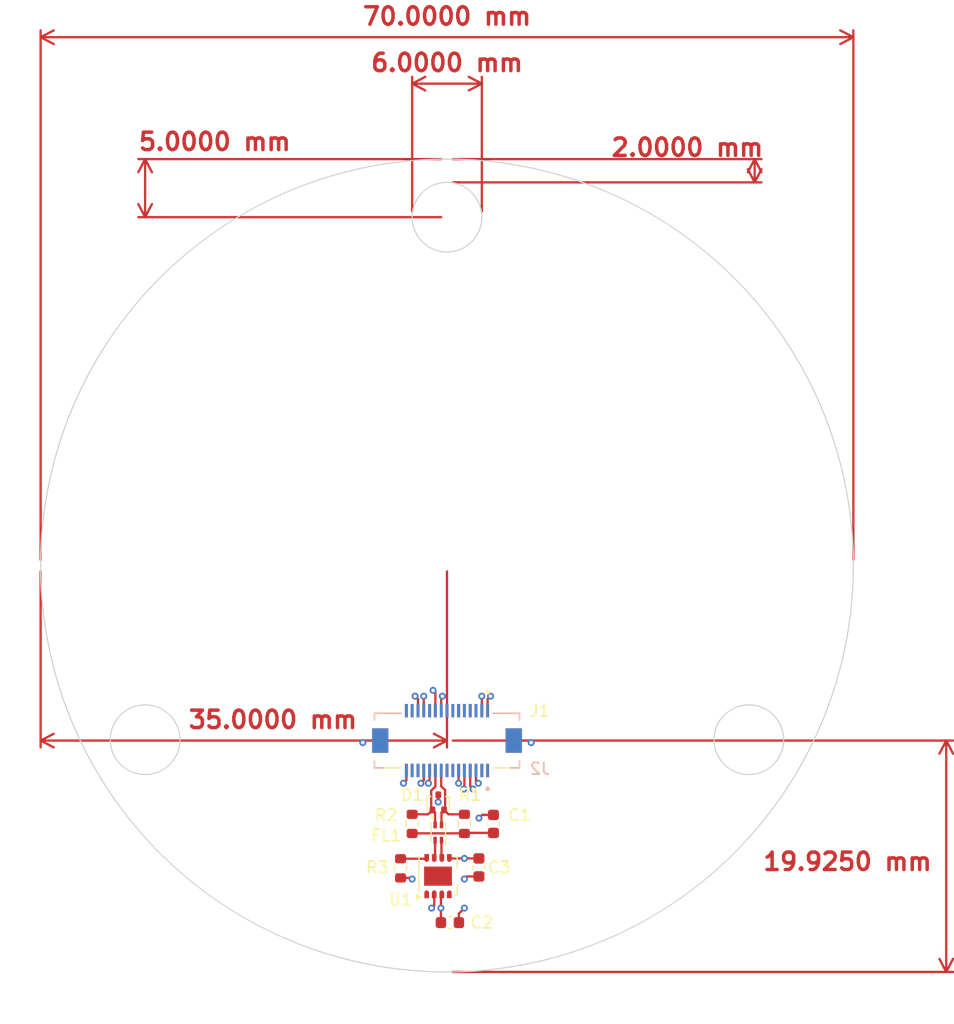
<source format=kicad_pcb>
(kicad_pcb (version 20240108) (generator "pcbnew") (generator_version "8.0")
  (title_block (title "Blaze PCB Template") (rev "v1") (company "UCSC Rocket Team"))
  (layers (0 "F.Cu" signal) (1 "In1.Cu" signal) (2 "In2.Cu" signal) (31 "B.Cu" signal) (34 "B.Paste" user) (35 "F.Paste" user) (36 "B.SilkS" user "B.Silkscreen") (37 "F.SilkS" user "F.Silkscreen") (38 "B.Mask" user) (39 "F.Mask" user) (44 "Edge.Cuts" user))
  (net 0 "")
  (net 1 "GND")
  (net 2 "+5V")
  (net 3 "+3V3")
  (net 4 "/CANL")
  (net 5 "/CANH")
  (net 6 "/ARM")
  (net 7 "/RX_RADIO")
  (net 8 "/TX_RADIO")
  (net 9 "/PPS")
  (net 10 "Net-(C1-Pad1)")
  (net 11 "Net-(U1-CANL)")
  (net 12 "Net-(U1-CANH)")
  (net 13 "Net-(J1-Pin_14)")
  (net 14 "Net-(J1-Pin_30)")
  (net 15 "Net-(J1-Pin_23)")
  (net 16 "Net-(J1-Pin_8)")
  (net 17 "Net-(J1-Pin_15)")
  (net 18 "Net-(J1-Pin_7)")
  (net 19 "Net-(J1-Pin_17)")
  (net 20 "Net-(J1-Pin_29)")
  (net 21 "Net-(J1-Pin_5)")
  (net 22 "Net-(J1-Pin_24)")
  (net 23 "Net-(J1-Pin_18)")
  (net 24 "/CAN_STB")
  (net 25 "/CANRX")
  (net 26 "/CANTX")
  (footprint "Package_TO_SOT_SMD:SOT-416" (layer "F.Cu") (at 147.75 125.9 90)
    (property "Reference" "D1" (at 0.65 -2.25 180) (layer "F.SilkS"))
    (property "Value" "ESDCAN03-2BM3Y")
    (fp_line (start 0.51 -0.96) (end -0.65 -0.96) (stroke (width 0.12)) (layer "F.SilkS"))
    (fp_line (start 0.51 -0.96) (end 0.51 -0.65) (stroke (width 0.12)) (layer "F.SilkS"))
    (fp_line (start 0.51 0.96) (end 0.51 0.65) (stroke (width 0.12)) (layer "F.SilkS"))
    (fp_line (start 0.51 0.96) (end -0.65 0.96) (stroke (width 0.12)) (layer "F.SilkS"))
    (fp_circle (center -1.3 -0.5) (end -1.15 -0.5) (fill solid) (layer "F.SilkS"))
    (pad "1" smd roundrect (at -0.65 -0.5 90) (size 0.6 0.5) (layers "F.Cu" "F.Paste" "F.Mask") (net 5 "/CANH"))
    (pad "2" smd roundrect (at -0.65 0.5 90) (size 0.6 0.5) (layers "F.Cu" "F.Paste" "F.Mask") (net 4 "/CANL"))
    (pad "3" smd roundrect (at 0.65 0 90) (size 0.6 0.5) (layers "F.Cu" "F.Paste" "F.Mask") (net 1 "GND"))
  )
  (footprint "Blaze_Library:HRS_DF17_1.0H_-30DP-0.5V_57_" (layer "F.Cu") (at 148.5 120.575 180)
    (property "Reference" "J1" (at -8 2.575 0) (layer "F.SilkS"))
    (property "Value" "FrontInterconnect")
    (fp_line (start 6.25 2.35) (end 6.25 1.75) (stroke (width 0.127)) (layer "F.SilkS"))
    (fp_line (start 6.25 -2.35) (end 6.25 -1.75) (stroke (width 0.127)) (layer "F.SilkS"))
    (fp_line (start 6.25 -2.35) (end 3.945 -2.35) (stroke (width 0.127)) (layer "F.SilkS"))
    (fp_line (start 5.5 2.35) (end 6.25 2.35) (stroke (width 0.127)) (layer "F.SilkS"))
    (fp_line (start -3.945 -2.35) (end -6.25 -2.35) (stroke (width 0.127)) (layer "F.SilkS"))
    (fp_line (start -6.25 2.35) (end -5.5 2.35) (stroke (width 0.127)) (layer "F.SilkS"))
    (fp_line (start -6.25 2.35) (end -6.25 1.75) (stroke (width 0.127)) (layer "F.SilkS"))
    (fp_line (start -6.25 -2.35) (end -6.25 -1.75) (stroke (width 0.127)) (layer "F.SilkS"))
    (fp_circle (center -3.5 4.15) (end -3.4 4.15) (stroke (width 0.2)) (fill none) (layer "F.SilkS"))
    (pad "" np_thru_hole circle (at -4.75 1.9 180) (size 0.65 0.65) (drill 0.65) (layers "*.Cu" "*.Mask"))
    (pad "" np_thru_hole circle (at 4.75 1.9 180) (size 0.65 0.65) (drill 0.65) (layers "*.Cu" "*.Mask"))
    (pad "1" smd rect (at -3.5 2.575 180) (size 0.25 1.15) (layers "F.Cu" "F.Paste" "F.Mask") (net 1 "GND"))
    (pad "2" smd rect (at -3 2.575 180) (size 0.25 1.15) (layers "F.Cu" "F.Paste" "F.Mask") (net 1 "GND"))
    (pad "3" smd rect (at -2.5 2.575 180) (size 0.25 1.15) (layers "F.Cu" "F.Paste" "F.Mask") (net 8 "/TX_RADIO"))
    (pad "4" smd rect (at -2 2.575 180) (size 0.25 1.15) (layers "F.Cu" "F.Paste" "F.Mask") (net 7 "/RX_RADIO"))
    (pad "5" smd rect (at -1.5 2.575 180) (size 0.25 1.15) (layers "F.Cu" "F.Paste" "F.Mask") (net 21 "Net-(J1-Pin_5)"))
    (pad "6" smd rect (at -1 2.575 180) (size 0.25 1.15) (layers "F.Cu" "F.Paste" "F.Mask") (net 6 "/ARM"))
    (pad "7" smd rect (at -0.5 2.575 180) (size 0.25 1.15) (layers "F.Cu" "F.Paste" "F.Mask") (net 18 "Net-(J1-Pin_7)"))
    (pad "8" smd rect (at 0 2.575 180) (size 0.25 1.15) (layers "F.Cu" "F.Paste" "F.Mask") (net 16 "Net-(J1-Pin_8)"))
    (pad "9" smd rect (at 0.5 2.575 180) (size 0.25 1.15) (layers "F.Cu" "F.Paste" "F.Mask") (net 2 "+5V"))
    (pad "10" smd rect (at 1 2.575 180) (size 0.25 1.15) (layers "F.Cu" "F.Paste" "F.Mask") (net 3 "+3V3"))
    (pad "11" smd rect (at 1.5 2.575 180) (size 0.25 1.15) (layers "F.Cu" "F.Paste" "F.Mask") (net 9 "/PPS"))
    (pad "12" smd rect (at 2 2.575 180) (size 0.25 1.15) (layers "F.Cu" "F.Paste" "F.Mask") (net 1 "GND"))
    (pad "13" smd rect (at 2.5 2.575 180) (size 0.25 1.15) (layers "F.Cu" "F.Paste" "F.Mask") (net 1 "GND"))
    (pad "14" smd rect (at 3 2.575 180) (size 0.25 1.15) (layers "F.Cu" "F.Paste" "F.Mask") (net 13 "Net-(J1-Pin_14)"))
    (pad "15" smd rect (at 3.5 2.575 180) (size 0.25 1.15) (layers "F.Cu" "F.Paste" "F.Mask") (net 17 "Net-(J1-Pin_15)"))
    (pad "16" smd rect (at 3.5 -2.575 180) (size 0.25 1.15) (layers "F.Cu" "F.Paste" "F.Mask") (net 3 "+3V3"))
    (pad "17" smd rect (at 3 -2.575 180) (size 0.25 1.15) (layers "F.Cu" "F.Paste" "F.Mask") (net 19 "Net-(J1-Pin_17)"))
    (pad "18" smd rect (at 2.5 -2.575 180) (size 0.25 1.15) (layers "F.Cu" "F.Paste" "F.Mask") (net 23 "Net-(J1-Pin_18)"))
    (pad "19" smd rect (at 2 -2.575 180) (size 0.25 1.15) (layers "F.Cu" "F.Paste" "F.Mask") (net 1 "GND"))
    (pad "20" smd rect (at 1.5 -2.575 180) (size 0.25 1.15) (layers "F.Cu" "F.Paste" "F.Mask") (net 1 "GND"))
    (pad "21" smd rect (at 1 -2.575 180) (size 0.25 1.15) (layers "F.Cu" "F.Paste" "F.Mask") (net 5 "/CANH"))
    (pad "22" smd rect (at 0.5 -2.575 180) (size 0.25 1.15) (layers "F.Cu" "F.Paste" "F.Mask") (net 4 "/CANL"))
    (pad "23" smd rect (at 0 -2.575 180) (size 0.25 1.15) (layers "F.Cu" "F.Paste" "F.Mask") (net 15 "Net-(J1-Pin_23)"))
    (pad "24" smd rect (at -0.5 -2.575 180) (size 0.25 1.15) (layers "F.Cu" "F.Paste" "F.Mask") (net 22 "Net-(J1-Pin_24)"))
    (pad "25" smd rect (at -1 -2.575 180) (size 0.25 1.15) (layers "F.Cu" "F.Paste" "F.Mask") (net 2 "+5V"))
    (pad "26" smd rect (at -1.5 -2.575 180) (size 0.25 1.15) (layers "F.Cu" "F.Paste" "F.Mask") (net 2 "+5V"))
    (pad "27" smd rect (at -2 -2.575 180) (size 0.25 1.15) (layers "F.Cu" "F.Paste" "F.Mask") (net 3 "+3V3"))
    (pad "28" smd rect (at -2.5 -2.575 180) (size 0.25 1.15) (layers "F.Cu" "F.Paste" "F.Mask") (net 3 "+3V3"))
    (pad "29" smd rect (at -3 -2.575 180) (size 0.25 1.15) (layers "F.Cu" "F.Paste" "F.Mask") (net 20 "Net-(J1-Pin_29)"))
    (pad "30" smd rect (at -3.5 -2.575 180) (size 0.25 1.15) (layers "F.Cu" "F.Paste" "F.Mask") (net 14 "Net-(J1-Pin_30)"))
    (pad "S1" smd rect (at -5.75 0 180) (size 1.4 2.1) (layers "F.Cu" "F.Paste" "F.Mask") (net 1 "GND"))
    (pad "S2" smd rect (at 5.75 0 180) (size 1.4 2.1) (layers "F.Cu" "F.Paste" "F.Mask") (net 1 "GND"))
  )
  (footprint "Resistor_SMD:R_0603_1608Metric" (layer "F.Cu") (at 145.5 127.75 -90)
    (property "Reference" "R2" (at -0.75 2.25 180) (layer "F.SilkS"))
    (property "Value" "60")
    (fp_line (start -0.237258 0.5225) (end 0.237258 0.5225) (stroke (width 0.12)) (layer "F.SilkS"))
    (fp_line (start -0.237258 -0.5225) (end 0.237258 -0.5225) (stroke (width 0.12)) (layer "F.SilkS"))
    (pad "1" smd roundrect (at -0.825 0 270) (size 0.8 0.95) (layers "F.Cu" "F.Paste" "F.Mask") (net 5 "/CANH"))
    (pad "2" smd roundrect (at 0.825 0 270) (size 0.8 0.95) (layers "F.Cu" "F.Paste" "F.Mask") (net 10 "Net-(C1-Pad1)"))
  )
  (footprint "Resistor_SMD:R_0603_1608Metric" (layer "F.Cu") (at 144.5 131.575 -90)
    (property "Reference" "R3" (at -0.075 2 180) (layer "F.SilkS"))
    (property "Value" "10K")
    (fp_line (start -0.237258 0.5225) (end 0.237258 0.5225) (stroke (width 0.12)) (layer "F.SilkS"))
    (fp_line (start -0.237258 -0.5225) (end 0.237258 -0.5225) (stroke (width 0.12)) (layer "F.SilkS"))
    (pad "1" smd roundrect (at -0.825 0 270) (size 0.8 0.95) (layers "F.Cu" "F.Paste" "F.Mask") (net 24 "/CAN_STB"))
    (pad "2" smd roundrect (at 0.825 0 270) (size 0.8 0.95) (layers "F.Cu" "F.Paste" "F.Mask") (net 3 "+3V3"))
  )
  (footprint "Package_SON:Texas_S-PVSON-N8" (layer "F.Cu") (at 147.725 132.25 90)
    (property "Reference" "U1" (at -2 -3.225 180) (layer "F.SilkS"))
    (property "Value" "TCAN1044VDDFR")
    (fp_line (start 1.65 -1.65) (end -1.285 -1.65) (stroke (width 0.12)) (layer "F.SilkS"))
    (fp_line (start 1.65 -1.45) (end 1.65 -1.65) (stroke (width 0.12)) (layer "F.SilkS"))
    (fp_line (start 1.65 1.45) (end 1.65 1.65) (stroke (width 0.12)) (layer "F.SilkS"))
    (fp_line (start 0.7 1.65) (end 1.65 1.65) (stroke (width 0.12)) (layer "F.SilkS"))
    (fp_line (start -1.65 1.65) (end -1.65 1.45) (stroke (width 0.12)) (layer "F.SilkS"))
    (fp_line (start -1.65 1.65) (end -0.7 1.65) (stroke (width 0.12)) (layer "F.SilkS"))
    (fp_poly (pts (xy -1.81 -1.5) (xy -2.05 -1.83) (xy -1.57 -1.83) (xy -1.81 -1.5)) (stroke (width 0.12)) (fill solid) (layer "F.SilkS"))
    (pad "1" smd rect (at -1.75 -0.975 90) (size 0.3 0.4) (layers "F.Cu" "F.Paste" "F.Mask") (net 26 "/CANTX"))
    (pad "1" smd oval (at -1.55 -0.975 90) (size 0.65 0.4) (layers "F.Cu" "F.Paste" "F.Mask") (net 26 "/CANTX"))
    (pad "2" smd rect (at -1.75 -0.325 90) (size 0.3 0.4) (layers "F.Cu" "F.Paste" "F.Mask") (net 1 "GND"))
    (pad "2" smd oval (at -1.55 -0.325 90) (size 0.65 0.4) (layers "F.Cu" "F.Paste" "F.Mask") (net 1 "GND"))
    (pad "3" smd rect (at -1.75 0.325 90) (size 0.3 0.4) (layers "F.Cu" "F.Paste" "F.Mask") (net 2 "+5V"))
    (pad "3" smd oval (at -1.55 0.325 90) (size 0.65 0.4) (layers "F.Cu" "F.Paste" "F.Mask") (net 2 "+5V"))
    (pad "4" smd rect (at -1.75 0.975 90) (size 0.3 0.4) (layers "F.Cu" "F.Paste" "F.Mask") (net 25 "/CANRX"))
    (pad "4" smd oval (at -1.55 0.975 90) (size 0.65 0.4) (layers "F.Cu" "F.Paste" "F.Mask") (net 25 "/CANRX"))
    (pad "5" smd oval (at 1.55 0.975 90) (size 0.65 0.4) (layers "F.Cu" "F.Paste" "F.Mask") (net 3 "+3V3"))
    (pad "5" smd rect (at 1.75 0.975 90) (size 0.3 0.4) (layers "F.Cu" "F.Paste" "F.Mask") (net 3 "+3V3"))
    (pad "6" smd oval (at 1.55 0.325 90) (size 0.65 0.4) (layers "F.Cu" "F.Paste" "F.Mask") (net 11 "Net-(U1-CANL)"))
    (pad "6" smd rect (at 1.75 0.325 90) (size 0.3 0.4) (layers "F.Cu" "F.Paste" "F.Mask") (net 11 "Net-(U1-CANL)"))
    (pad "7" smd oval (at 1.55 -0.325 90) (size 0.65 0.4) (layers "F.Cu" "F.Paste" "F.Mask") (net 12 "Net-(U1-CANH)"))
    (pad "7" smd rect (at 1.75 -0.325 90) (size 0.3 0.4) (layers "F.Cu" "F.Paste" "F.Mask") (net 12 "Net-(U1-CANH)"))
    (pad "8" smd oval (at 1.55 -0.975 90) (size 0.65 0.4) (layers "F.Cu" "F.Paste" "F.Mask") (net 24 "/CAN_STB"))
    (pad "8" smd rect (at 1.75 -0.975 90) (size 0.3 0.4) (layers "F.Cu" "F.Paste" "F.Mask") (net 24 "/CAN_STB"))
    (pad "9" smd rect (at -0.45 -0.625 90) (size 0.65 1) (layers "F.Cu" "F.Paste" "F.Mask"))
    (pad "9" smd rect (at -0.45 0.625 90) (size 0.65 1) (layers "F.Cu" "F.Paste" "F.Mask"))
    (pad "9" smd rect (at 0 0 90) (size 1.65 2.4) (layers "F.Cu" "F.Mask"))
    (pad "9" smd rect (at 0.45 -0.625 90) (size 0.65 1) (layers "F.Cu" "F.Paste" "F.Mask"))
    (pad "9" smd rect (at 0.45 0.625 90) (size 0.65 1) (layers "F.Cu" "F.Paste" "F.Mask"))
  )
  (footprint "Capacitor_SMD:C_0603_1608Metric" (layer "F.Cu") (at 148.75 136.25)
    (property "Reference" "C2" (at 2.75 0 0) (layer "F.SilkS"))
    (property "Value" "0.1uF")
    (fp_line (start -0.14058 -0.51) (end 0.14058 -0.51) (stroke (width 0.12)) (layer "F.SilkS"))
    (fp_line (start -0.14058 0.51) (end 0.14058 0.51) (stroke (width 0.12)) (layer "F.SilkS"))
    (pad "1" smd roundrect (at -0.775 0) (size 0.9 0.95) (layers "F.Cu" "F.Paste" "F.Mask") (net 2 "+5V"))
    (pad "2" smd roundrect (at 0.775 0) (size 0.9 0.95) (layers "F.Cu" "F.Paste" "F.Mask") (net 1 "GND"))
  )
  (footprint "Resistor_SMD:R_0603_1608Metric" (layer "F.Cu") (at 150 127.75 -90)
    (property "Reference" "R1" (at -2.5 -0.5 180) (layer "F.SilkS"))
    (property "Value" "60")
    (fp_line (start -0.237258 0.5225) (end 0.237258 0.5225) (stroke (width 0.12)) (layer "F.SilkS"))
    (fp_line (start -0.237258 -0.5225) (end 0.237258 -0.5225) (stroke (width 0.12)) (layer "F.SilkS"))
    (pad "1" smd roundrect (at -0.825 0 270) (size 0.8 0.95) (layers "F.Cu" "F.Paste" "F.Mask") (net 4 "/CANL"))
    (pad "2" smd roundrect (at 0.825 0 270) (size 0.8 0.95) (layers "F.Cu" "F.Paste" "F.Mask") (net 10 "Net-(C1-Pad1)"))
  )
  (footprint "Capacitor_SMD:C_0603_1608Metric" (layer "F.Cu") (at 152.5 127.75 90)
    (property "Reference" "C1" (at 0.75 2.25 180) (layer "F.SilkS"))
    (property "Value" "4.7nF")
    (fp_line (start -0.14058 -0.51) (end 0.14058 -0.51) (stroke (width 0.12)) (layer "F.SilkS"))
    (fp_line (start -0.14058 0.51) (end 0.14058 0.51) (stroke (width 0.12)) (layer "F.SilkS"))
    (pad "1" smd roundrect (at -0.775 0 90) (size 0.9 0.95) (layers "F.Cu" "F.Paste" "F.Mask") (net 10 "Net-(C1-Pad1)"))
    (pad "2" smd roundrect (at 0.775 0 90) (size 0.9 0.95) (layers "F.Cu" "F.Paste" "F.Mask") (net 1 "GND"))
  )
  (footprint "Capacitor_SMD:C_0603_1608Metric" (layer "F.Cu") (at 151.25 131.5 -90)
    (property "Reference" "C3" (at 0 -1.75 180) (layer "F.SilkS"))
    (property "Value" "0.1uF")
    (fp_line (start -0.14058 0.51) (end 0.14058 0.51) (stroke (width 0.12)) (layer "F.SilkS"))
    (fp_line (start -0.14058 -0.51) (end 0.14058 -0.51) (stroke (width 0.12)) (layer "F.SilkS"))
    (pad "1" smd roundrect (at -0.775 0 270) (size 0.9 0.95) (layers "F.Cu" "F.Paste" "F.Mask") (net 3 "+3V3"))
    (pad "2" smd roundrect (at 0.775 0 270) (size 0.9 0.95) (layers "F.Cu" "F.Paste" "F.Mask") (net 1 "GND"))
  )
  (footprint "Inductor_SMD:L_CommonModeChoke_Coilcraft_0603USB" (layer "F.Cu") (at 147.75 128.5 180)
    (property "Reference" "FL1" (at 4.5 -0.25 360) (layer "F.SilkS"))
    (property "Value" "Choke")
    (fp_line (start 0.63 0.8) (end 0.63 -0.8) (stroke (width 0.1)) (layer "F.SilkS"))
    (fp_line (start -0.63 -1.1) (end -0.63 0.8) (stroke (width 0.1)) (layer "F.SilkS"))
    (pad "1" smd roundrect (at -0.275 -0.655 180) (size 0.3 0.58) (layers "F.Cu" "F.Paste" "F.Mask") (roundrect_rratio 0.05) (net 11 "Net-(U1-CANL)"))
    (pad "2" smd roundrect (at -0.275 0.655 180) (size 0.3 0.58) (layers "F.Cu" "F.Paste" "F.Mask") (roundrect_rratio 0.05) (net 4 "/CANL"))
    (pad "3" smd roundrect (at 0.275 0.655 180) (size 0.3 0.58) (layers "F.Cu" "F.Paste" "F.Mask") (roundrect_rratio 0.05) (net 5 "/CANH"))
    (pad "4" smd roundrect (at 0.275 -0.655 180) (size 0.3 0.58) (layers "F.Cu" "F.Paste" "F.Mask") (roundrect_rratio 0.05) (net 12 "Net-(U1-CANH)"))
  )
  (footprint "Blaze_Library:HRS_DF17_1.0H_-30DP-0.5V_57_" (layer "B.Cu") (at 148.5 120.575 180)
    (property "Reference" "J2" (at -8 -2.425 0) (layer "B.SilkS") (effects (justify mirror)))
    (property "Value" "RearInterconnect")
    (fp_line (start 6.25 1.75) (end 6.25 2.35) (stroke (width 0.127)) (layer "B.SilkS"))
    (fp_line (start 6.25 -1.75) (end 6.25 -2.35) (stroke (width 0.127)) (layer "B.SilkS"))
    (fp_line (start 6.25 -2.35) (end 5.5 -2.35) (stroke (width 0.127)) (layer "B.SilkS"))
    (fp_line (start 3.945 2.35) (end 6.25 2.35) (stroke (width 0.127)) (layer "B.SilkS"))
    (fp_line (start -5.5 -2.35) (end -6.25 -2.35) (stroke (width 0.127)) (layer "B.SilkS"))
    (fp_line (start -6.25 2.35) (end -3.945 2.35) (stroke (width 0.127)) (layer "B.SilkS"))
    (fp_line (start -6.25 1.75) (end -6.25 2.35) (stroke (width 0.127)) (layer "B.SilkS"))
    (fp_line (start -6.25 -1.75) (end -6.25 -2.35) (stroke (width 0.127)) (layer "B.SilkS"))
    (fp_circle (center -3.5 -4.15) (end -3.4 -4.15) (stroke (width 0.2)) (fill none) (layer "B.SilkS"))
    (pad "" np_thru_hole circle (at -4.75 -1.9 180) (size 0.65 0.65) (drill 0.65) (layers "*.Cu" "*.Mask"))
    (pad "" np_thru_hole circle (at 4.75 -1.9 180) (size 0.65 0.65) (drill 0.65) (layers "*.Cu" "*.Mask"))
    (pad "1" smd rect (at -3.5 -2.575 180) (size 0.25 1.15) (layers "B.Cu" "B.Paste" "B.Mask") (net 14 "Net-(J1-Pin_30)"))
    (pad "2" smd rect (at -3 -2.575 180) (size 0.25 1.15) (layers "B.Cu" "B.Paste" "B.Mask") (net 20 "Net-(J1-Pin_29)"))
    (pad "3" smd rect (at -2.5 -2.575 180) (size 0.25 1.15) (layers "B.Cu" "B.Paste" "B.Mask") (net 3 "+3V3"))
    (pad "4" smd rect (at -2 -2.575 180) (size 0.25 1.15) (layers "B.Cu" "B.Paste" "B.Mask") (net 3 "+3V3"))
    (pad "5" smd rect (at -1.5 -2.575 180) (size 0.25 1.15) (layers "B.Cu" "B.Paste" "B.Mask") (net 2 "+5V"))
    (pad "6" smd rect (at -1 -2.575 180) (size 0.25 1.15) (layers "B.Cu" "B.Paste" "B.Mask") (net 2 "+5V"))
    (pad "7" smd rect (at -0.5 -2.575 180) (size 0.25 1.15) (layers "B.Cu" "B.Paste" "B.Mask") (net 22 "Net-(J1-Pin_24)"))
    (pad "8" smd rect (at 0 -2.575 180) (size 0.25 1.15) (layers "B.Cu" "B.Paste" "B.Mask") (net 15 "Net-(J1-Pin_23)"))
    (pad "9" smd rect (at 0.5 -2.575 180) (size 0.25 1.15) (layers "B.Cu" "B.Paste" "B.Mask") (net 4 "/CANL"))
    (pad "10" smd rect (at 1 -2.575 180) (size 0.25 1.15) (layers "B.Cu" "B.Paste" "B.Mask") (net 5 "/CANH"))
    (pad "11" smd rect (at 1.5 -2.575 180) (size 0.25 1.15) (layers "B.Cu" "B.Paste" "B.Mask") (net 1 "GND"))
    (pad "12" smd rect (at 2 -2.575 180) (size 0.25 1.15) (layers "B.Cu" "B.Paste" "B.Mask") (net 1 "GND"))
    (pad "13" smd rect (at 2.5 -2.575 180) (size 0.25 1.15) (layers "B.Cu" "B.Paste" "B.Mask") (net 23 "Net-(J1-Pin_18)"))
    (pad "14" smd rect (at 3 -2.575 180) (size 0.25 1.15) (layers "B.Cu" "B.Paste" "B.Mask") (net 19 "Net-(J1-Pin_17)"))
    (pad "15" smd rect (at 3.5 -2.575 180) (size 0.25 1.15) (layers "B.Cu" "B.Paste" "B.Mask") (net 3 "+3V3"))
    (pad "16" smd rect (at 3.5 2.575 180) (size 0.25 1.15) (layers "B.Cu" "B.Paste" "B.Mask") (net 17 "Net-(J1-Pin_15)"))
    (pad "17" smd rect (at 3 2.575 180) (size 0.25 1.15) (layers "B.Cu" "B.Paste" "B.Mask") (net 13 "Net-(J1-Pin_14)"))
    (pad "18" smd rect (at 2.5 2.575 180) (size 0.25 1.15) (layers "B.Cu" "B.Paste" "B.Mask") (net 1 "GND"))
    (pad "19" smd rect (at 2 2.575 180) (size 0.25 1.15) (layers "B.Cu" "B.Paste" "B.Mask") (net 1 "GND"))
    (pad "20" smd rect (at 1.5 2.575 180) (size 0.25 1.15) (layers "B.Cu" "B.Paste" "B.Mask") (net 9 "/PPS"))
    (pad "21" smd rect (at 1 2.575 180) (size 0.25 1.15) (layers "B.Cu" "B.Paste" "B.Mask") (net 3 "+3V3"))
    (pad "22" smd rect (at 0.5 2.575 180) (size 0.25 1.15) (layers "B.Cu" "B.Paste" "B.Mask") (net 2 "+5V"))
    (pad "23" smd rect (at 0 2.575 180) (size 0.25 1.15) (layers "B.Cu" "B.Paste" "B.Mask") (net 16 "Net-(J1-Pin_8)"))
    (pad "24" smd rect (at -0.5 2.575 180) (size 0.25 1.15) (layers "B.Cu" "B.Paste" "B.Mask") (net 18 "Net-(J1-Pin_7)"))
    (pad "25" smd rect (at -1 2.575 180) (size 0.25 1.15) (layers "B.Cu" "B.Paste" "B.Mask") (net 6 "/ARM"))
    (pad "26" smd rect (at -1.5 2.575 180) (size 0.25 1.15) (layers "B.Cu" "B.Paste" "B.Mask") (net 21 "Net-(J1-Pin_5)"))
    (pad "27" smd rect (at -2 2.575 180) (size 0.25 1.15) (layers "B.Cu" "B.Paste" "B.Mask") (net 7 "/RX_RADIO"))
    (pad "28" smd rect (at -2.5 2.575 180) (size 0.25 1.15) (layers "B.Cu" "B.Paste" "B.Mask") (net 8 "/TX_RADIO"))
    (pad "29" smd rect (at -3 2.575 180) (size 0.25 1.15) (layers "B.Cu" "B.Paste" "B.Mask") (net 1 "GND"))
    (pad "30" smd rect (at -3.5 2.575 180) (size 0.25 1.15) (layers "B.Cu" "B.Paste" "B.Mask") (net 1 "GND"))
    (pad "S1" smd rect (at -5.75 0 180) (size 1.4 2.1) (layers "B.Cu" "B.Paste" "B.Mask") (net 1 "GND"))
    (pad "S2" smd rect (at 5.75 0 180) (size 1.4 2.1) (layers "B.Cu" "B.Paste" "B.Mask") (net 1 "GND"))
  )
  (gr_circle (center 148.5 105.5) (end 148.5 140.5) (stroke (width 0.1)) (fill none) (layer "Edge.Cuts"))
  (gr_circle (center 148.5 75.5) (end 151.5 75.5) (stroke (width 0.1)) (fill none) (layer "Edge.Cuts"))
  (gr_circle (center 174.5 120.5) (end 177.5 120.5) (stroke (width 0.1)) (fill none) (layer "Edge.Cuts"))
  (gr_circle (center 122.5 120.5) (end 125.5 120.5) (stroke (width 0.1)) (fill none) (layer "Edge.Cuts"))
  (dimension (type aligned) (layer "F.Cu") (pts (xy 148.5 120.575) (xy 148.5 140.5)) (height -43) (gr_text "19.9250 mm" (at 183 131 0) (layer "F.Cu") (effects (font (size 1.5 1.5) (thickness 0.3)))) (format (prefix "") (suffix "") (units 3) (units_format 1) (precision 4)) (style (thickness 0.2) (arrow_length 1.27) (text_position_mode 2) (extension_height 0.58642) (extension_offset 0.5)))
  (dimension (type aligned) (layer "F.Cu") (pts (xy 148.5 70.5) (xy 148.5 75.5)) (height 26) (gr_text "5.0000 mm" (at 128.5 69 0) (layer "F.Cu") (effects (font (size 1.5 1.5) (thickness 0.3)))) (format (prefix "") (suffix "") (units 3) (units_format 1) (precision 4)) (style (thickness 0.2) (arrow_length 1.27) (text_position_mode 2) (extension_height 0.58642) (extension_offset 0.5)))
  (dimension (type aligned) (layer "F.Cu") (pts (xy 113.5 105.5) (xy 148.5 105.5)) (height 15.075) (gr_text "35.0000 mm" (at 133.5 118.775 0) (layer "F.Cu") (effects (font (size 1.5 1.5) (thickness 0.3)))) (format (prefix "") (suffix "") (units 3) (units_format 1) (precision 4)) (style (thickness 0.2) (arrow_length 1.27) (text_position_mode 2) (extension_height 0.58642) (extension_offset 0.5) keep_text_aligned))
  (dimension (type aligned) (layer "F.Cu") (pts (xy 145.5 75.5) (xy 151.5 75.5)) (height -11.5) (gr_text "6.0000 mm" (at 148.5 62.2 0) (layer "F.Cu") (effects (font (size 1.5 1.5) (thickness 0.3)))) (format (prefix "") (suffix "") (units 3) (units_format 1) (precision 4)) (style (thickness 0.2) (arrow_length 1.27) (text_position_mode 0) (extension_height 0.58642) (extension_offset 0.5) keep_text_aligned))
  (dimension (type aligned) (layer "F.Cu") (pts (xy 113.5 105.5) (xy 183.5 105.5)) (height -45.5) (gr_text "70.0000 mm" (at 148.5 58.2 0) (layer "F.Cu") (effects (font (size 1.5 1.5) (thickness 0.3)))) (format (prefix "") (suffix "") (units 3) (units_format 1) (precision 4)) (style (thickness 0.2) (arrow_length 1.27) (text_position_mode 0) (extension_height 0.58642) (extension_offset 0.5) keep_text_aligned))
  (dimension (type aligned) (layer "F.Cu") (pts (xy 148.5 72.5) (xy 148.5 70.5)) (height 26.5) (gr_text "2.0000 mm" (at 169.2 69.5 0) (layer "F.Cu") (effects (font (size 1.5 1.5) (thickness 0.3)))) (format (prefix "") (suffix "") (units 3) (units_format 1) (precision 4)) (style (thickness 0.2) (arrow_length 1.27) (text_position_mode 2) (extension_height 0.58642) (extension_offset 0.5)))
  (segment (start 142.75 120.575) (end 141.425 120.575) (width 0.2) (layer "F.Cu") (net 1))
  (segment (start 152 117) (end 152.25 116.75) (width 0.2) (layer "F.Cu") (net 1))
  (segment (start 147.4 134.774997) (end 147.174997 135) (width 0.2) (layer "F.Cu") (net 1))
  (segment (start 146 117) (end 145.75 116.75) (width 0.2) (layer "F.Cu") (net 1))
  (segment (start 147 123.15) (end 147 124.15) (width 0.2) (layer "F.Cu") (net 1))
  (segment (start 147.75 125.856811) (end 147.739765 125.867046) (width 0.2) (layer "F.Cu") (net 1))
  (segment (start 150.225 132.275) (end 150 132.5) (width 0.2) (layer "F.Cu") (net 1))
  (segment (start 154.25 120.575) (end 155.575 120.575) (width 0.2) (layer "F.Cu") (net 1))
  (segment (start 155.575 120.575) (end 155.75 120.75) (width 0.2) (layer "F.Cu") (net 1))
  (segment (start 146.5 123.15) (end 146.5 124) (width 0.2) (layer "F.Cu") (net 1))
  (segment (start 152.5 126.975) (end 151.525 126.975) (width 0.2) (layer "F.Cu") (net 1))
  (segment (start 146.5 124) (end 146.25 124.25) (width 0.2) (layer "F.Cu") (net 1))
  (segment (start 149.525 136.25) (end 149.525 135.475) (width 0.2) (layer "F.Cu") (net 1))
  (segment (start 147.75 125.25) (end 147.75 125.856811) (width 0.2) (layer "F.Cu") (net 1))
  (segment (start 147 124.15) (end 146.9 124.25) (width 0.2) (layer "F.Cu") (net 1))
  (segment (start 149.525 135.475) (end 150 135) (width 0.2) (layer "F.Cu") (net 1))
  (segment (start 147.4 133.8) (end 147.4 134.774997) (width 0.2) (layer "F.Cu") (net 1))
  (segment (start 146.5 118) (end 146.5 116.75) (width 0.2) (layer "F.Cu") (net 1))
  (segment (start 146 118) (end 146 117) (width 0.2) (layer "F.Cu") (net 1))
  (segment (start 152 118) (end 152 117) (width 0.2) (layer "F.Cu") (net 1))
  (segment (start 151.525 126.975) (end 151.25 127.25) (width 0.2) (layer "F.Cu") (net 1))
  (segment (start 141.425 120.575) (end 141.25 120.75) (width 0.2) (layer "F.Cu") (net 1))
  (segment (start 151.5 118) (end 151.5 116.75) (width 0.2) (layer "F.Cu") (net 1))
  (segment (start 151.25 132.275) (end 150.225 132.275) (width 0.2) (layer "F.Cu") (net 1))
  (via (at 147.739765 125.867046) (size 0.6) (drill 0.3) (layers "F.Cu" "B.Cu") (net 1))
  (via (at 151.5 116.75) (size 0.6) (drill 0.3) (layers "F.Cu" "B.Cu") (net 1))
  (via (at 155.75 120.75) (size 0.6) (drill 0.3) (layers "F.Cu" "B.Cu") (net 1))
  (via (at 146.25 124.25) (size 0.6) (drill 0.3) (layers "F.Cu" "B.Cu") (net 1))
  (via (at 141.25 120.75) (size 0.6) (drill 0.3) (layers "F.Cu" "B.Cu") (net 1))
  (via (at 146.9 124.25) (size 0.6) (drill 0.3) (layers "F.Cu" "B.Cu") (net 1))
  (via (at 145.75 116.75) (size 0.6) (drill 0.3) (layers "F.Cu" "B.Cu") (net 1))
  (via (at 147.174997 135) (size 0.6) (drill 0.3) (layers "F.Cu" "B.Cu") (net 1))
  (via (at 151.25 127.25) (size 0.6) (drill 0.3) (layers "F.Cu" "B.Cu") (net 1))
  (via (at 150 132.5) (size 0.6) (drill 0.3) (layers "F.Cu" "B.Cu") (net 1))
  (via (at 146.5 116.75) (size 0.6) (drill 0.3) (layers "F.Cu" "B.Cu") (net 1))
  (via (at 152.25 116.75) (size 0.6) (drill 0.3) (layers "F.Cu" "B.Cu") (net 1))
  (via (at 150 135) (size 0.6) (drill 0.3) (layers "F.Cu" "B.Cu") (net 1))
  (segment (start 148 118) (end 148 116.850006) (width 0.2) (layer "F.Cu") (net 2))
  (segment (start 150 123.15) (end 150 124.699997) (width 0.2) (layer "F.Cu") (net 2))
  (segment (start 147.975 136.25) (end 147.975 134.075) (width 0.2) (layer "F.Cu") (net 2))
  (segment (start 147.975 134.075) (end 148.05 134) (width 0.2) (layer "F.Cu") (net 2))
  (segment (start 150 124.699997) (end 149.949997 124.75) (width 0.2) (layer "F.Cu") (net 2))
  (segment (start 148 116.850006) (end 148.100006 116.75) (width 0.2) (layer "F.Cu") (net 2))
  (segment (start 149.5 123.15) (end 149.5 124.25) (width 0.2) (layer "F.Cu") (net 2))
  (via (at 149.5 124.25) (size 0.6) (drill 0.3) (layers "F.Cu" "B.Cu") (net 2))
  (via (at 147.975 135) (size 0.6) (drill 0.3) (layers "F.Cu" "B.Cu") (net 2))
  (via (at 148.100006 116.75) (size 0.6) (drill 0.3) (layers "F.Cu" "B.Cu") (net 2))
  (via (at 149.949997 124.75) (size 0.6) (drill 0.3) (layers "F.Cu" "B.Cu") (net 2))
  (segment (start 150.5 123.15) (end 150.5 124.5) (width 0.2) (layer "F.Cu") (net 3))
  (segment (start 147.300003 116.25) (end 147.5 116.449997) (width 0.2) (layer "F.Cu") (net 3))
  (segment (start 145.4 132.4) (end 145.5 132.5) (width 0.2) (layer "F.Cu") (net 3))
  (segment (start 144.5 132.4) (end 145.4 132.4) (width 0.2) (layer "F.Cu") (net 3))
  (segment (start 148.725 130.725) (end 148.7 130.7) (width 0.2) (layer "F.Cu") (net 3))
  (segment (start 151.25 130.725) (end 148.725 130.725) (width 0.2) (layer "F.Cu") (net 3))
  (segment (start 150.5 124.5) (end 150.75 124.75) (width 0.2) (layer "F.Cu") (net 3))
  (segment (start 145 123.15) (end 145 124) (width 0.2) (layer "F.Cu") (net 3))
  (segment (start 147.5 116.449997) (end 147.5 118) (width 0.2) (layer "F.Cu") (net 3))
  (segment (start 151 124.049997) (end 151.200003 124.25) (width 0.2) (layer "F.Cu") (net 3))
  (segment (start 151 123.15) (end 151 124.049997) (width 0.2) (layer "F.Cu") (net 3))
  (segment (start 145 124) (end 144.75 124.25) (width 0.2) (layer "F.Cu") (net 3))
  (via (at 144.75 124.25) (size 0.6) (drill 0.3) (layers "F.Cu" "B.Cu") (net 3))
  (via (at 147.300003 116.25) (size 0.6) (drill 0.3) (layers "F.Cu" "B.Cu") (net 3))
  (via (at 145.5 132.5) (size 0.6) (drill 0.3) (layers "F.Cu" "B.Cu") (net 3))
  (via (at 150 130.725) (size 0.6) (drill 0.3) (layers "F.Cu" "B.Cu") (net 3))
  (via (at 150.75 124.75) (size 0.6) (drill 0.3) (layers "F.Cu" "B.Cu") (net 3))
  (via (at 151.200003 124.25) (size 0.6) (drill 0.3) (layers "F.Cu" "B.Cu") (net 3))
  (segment (start 148.339765 126.460235) (end 148.339765 124.839765) (width 0.2) (layer "F.Cu") (net 4))
  (segment (start 148.025 127.845) (end 148.025 126.775) (width 0.2) (layer "F.Cu") (net 4))
  (segment (start 148.625 126.925) (end 148.25 126.55) (width 0.2) (layer "F.Cu") (net 4))
  (segment (start 148.25 126.55) (end 148.339765 126.460235) (width 0.2) (layer "F.Cu") (net 4))
  (segment (start 150 126.925) (end 148.625 126.925) (width 0.2) (layer "F.Cu") (net 4))
  (segment (start 148.339765 124.839765) (end 148 124.5) (width 0.2) (layer "F.Cu") (net 4))
  (segment (start 148.025 126.775) (end 148.25 126.55) (width 0.2) (layer "F.Cu") (net 4))
  (segment (start 148 124.5) (end 148 123.15) (width 0.2) (layer "F.Cu") (net 4))
  (segment (start 146.875 126.925) (end 147.25 126.55) (width 0.2) (layer "F.Cu") (net 5))
  (segment (start 147.475 126.775) (end 147.25 126.55) (width 0.2) (layer "F.Cu") (net 5))
  (segment (start 147.5 124.525) (end 147.5 123.15) (width 0.2) (layer "F.Cu") (net 5))
  (segment (start 147.139765 124.885235) (end 147.5 124.525) (width 0.2) (layer "F.Cu") (net 5))
  (segment (start 145.5 126.925) (end 146.875 126.925) (width 0.2) (layer "F.Cu") (net 5))
  (segment (start 147.139765 126.439765) (end 147.139765 124.885235) (width 0.2) (layer "F.Cu") (net 5))
  (segment (start 147.475 127.845) (end 147.475 126.775) (width 0.2) (layer "F.Cu") (net 5))
  (segment (start 147.25 126.55) (end 147.139765 126.439765) (width 0.2) (layer "F.Cu") (net 5))
  (segment (start 150.05 128.525) (end 150 128.575) (width 0.2) (layer "F.Cu") (net 10))
  (segment (start 149.99 128.565) (end 150 128.575) (width 0.2) (layer "F.Cu") (net 10))
  (segment (start 145.51 128.565) (end 149.99 128.565) (width 0.2) (layer "F.Cu") (net 10))
  (segment (start 152.75 128.525) (end 150.05 128.525) (width 0.2) (layer "F.Cu") (net 10))
  (segment (start 145.5 128.575) (end 145.51 128.565) (width 0.2) (layer "F.Cu") (net 10))
  (segment (start 148.025 129.155) (end 148.025 130.675) (width 0.2) (layer "F.Cu") (net 11))
  (segment (start 148.025 130.675) (end 148.05 130.7) (width 0.2) (layer "F.Cu") (net 11))
  (segment (start 148.025 130.475) (end 148 130.5) (width 0.2) (layer "F.Cu") (net 11))
  (segment (start 147.475 129.155) (end 147.475 130.625) (width 0.2) (layer "F.Cu") (net 12))
  (segment (start 147.475 130.625) (end 147.4 130.7) (width 0.2) (layer "F.Cu") (net 12))
  (segment (start 146.7 130.75) (end 146.75 130.7) (width 0.2) (layer "F.Cu") (net 24))
  (segment (start 144.5 130.75) (end 146.7 130.75) (width 0.2) (layer "F.Cu") (net 24))
)
</source>
